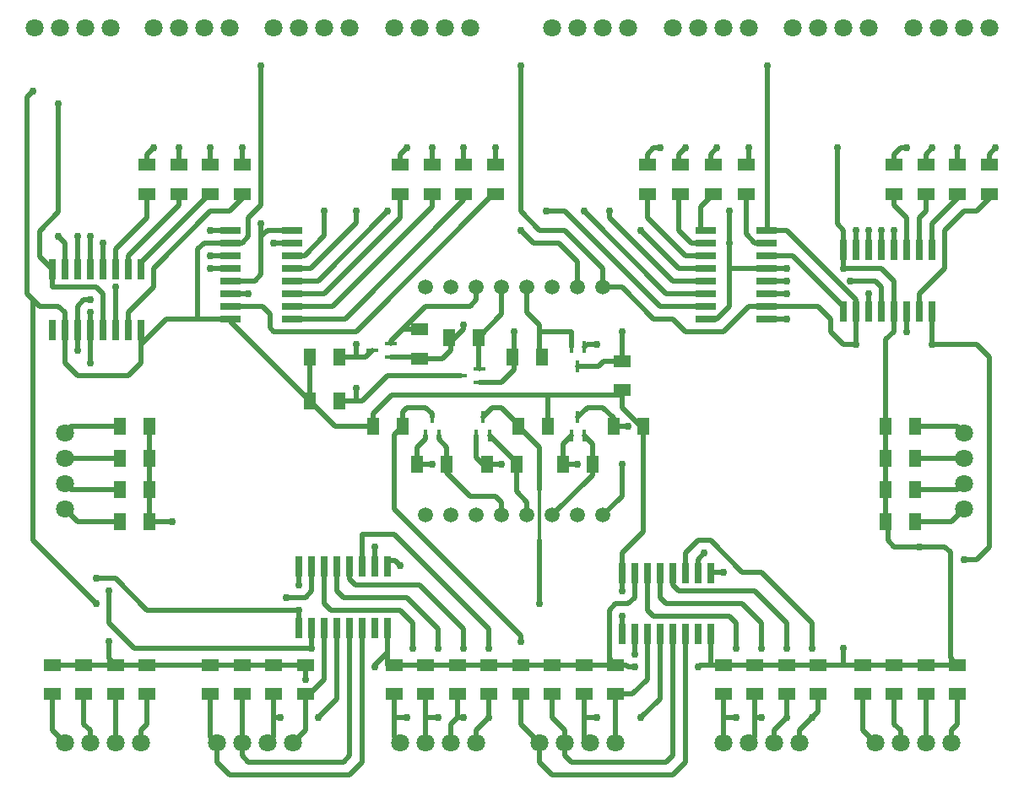
<source format=gbr>
G04 EAGLE Gerber RS-274X export*
G75*
%MOMM*%
%FSLAX34Y34*%
%LPD*%
%INTop Copper*%
%IPPOS*%
%AMOC8*
5,1,8,0,0,1.08239X$1,22.5*%
G01*
%ADD10R,0.660400X2.032000*%
%ADD11R,2.032000X0.660400*%
%ADD12R,1.164600X1.815300*%
%ADD13R,1.815300X1.164600*%
%ADD14C,1.800000*%
%ADD15C,1.508000*%
%ADD16R,0.457200X1.168400*%
%ADD17R,1.168400X0.457200*%
%ADD18C,0.508000*%
%ADD19C,0.756400*%
%ADD20C,0.304800*%


D10*
X609600Y153416D03*
X609600Y214884D03*
X622300Y153416D03*
X635000Y153416D03*
X622300Y214884D03*
X635000Y214884D03*
X647700Y153416D03*
X647700Y214884D03*
X660400Y153416D03*
X660400Y214884D03*
X673100Y153416D03*
X685800Y153416D03*
X673100Y214884D03*
X685800Y214884D03*
X698500Y153416D03*
X698500Y214884D03*
X285750Y159766D03*
X285750Y221234D03*
X298450Y159766D03*
X311150Y159766D03*
X298450Y221234D03*
X311150Y221234D03*
X323850Y159766D03*
X323850Y221234D03*
X336550Y159766D03*
X336550Y221234D03*
X349250Y159766D03*
X361950Y159766D03*
X349250Y221234D03*
X361950Y221234D03*
X374650Y159766D03*
X374650Y221234D03*
X920750Y538734D03*
X920750Y477266D03*
X908050Y538734D03*
X895350Y538734D03*
X908050Y477266D03*
X895350Y477266D03*
X882650Y538734D03*
X882650Y477266D03*
X869950Y538734D03*
X869950Y477266D03*
X857250Y538734D03*
X844550Y538734D03*
X857250Y477266D03*
X844550Y477266D03*
X831850Y538734D03*
X831850Y477266D03*
D11*
X693166Y558800D03*
X754634Y558800D03*
X693166Y546100D03*
X693166Y533400D03*
X754634Y546100D03*
X754634Y533400D03*
X693166Y520700D03*
X754634Y520700D03*
X693166Y508000D03*
X754634Y508000D03*
X693166Y495300D03*
X693166Y482600D03*
X754634Y495300D03*
X754634Y482600D03*
X693166Y469900D03*
X754634Y469900D03*
X278384Y469900D03*
X216916Y469900D03*
X278384Y482600D03*
X278384Y495300D03*
X216916Y482600D03*
X216916Y495300D03*
X278384Y508000D03*
X216916Y508000D03*
X278384Y520700D03*
X216916Y520700D03*
X278384Y533400D03*
X278384Y546100D03*
X216916Y533400D03*
X216916Y546100D03*
X278384Y558800D03*
X216916Y558800D03*
D12*
X903754Y361950D03*
X874246Y361950D03*
X903754Y330200D03*
X874246Y330200D03*
X903754Y298450D03*
X874246Y298450D03*
X903754Y266700D03*
X874246Y266700D03*
D13*
X946150Y93196D03*
X946150Y122704D03*
X914400Y93196D03*
X914400Y122704D03*
X882650Y93196D03*
X882650Y122704D03*
X850900Y93196D03*
X850900Y122704D03*
X806450Y93196D03*
X806450Y122704D03*
X774700Y93196D03*
X774700Y122704D03*
X742950Y93196D03*
X742950Y122704D03*
X711200Y93196D03*
X711200Y122704D03*
X603250Y93196D03*
X603250Y122704D03*
X571500Y93196D03*
X571500Y122704D03*
X539750Y93196D03*
X539750Y122704D03*
X508000Y93196D03*
X508000Y122704D03*
X476250Y93196D03*
X476250Y122704D03*
X444500Y93196D03*
X444500Y122704D03*
X412750Y93196D03*
X412750Y122704D03*
X381000Y93196D03*
X381000Y122704D03*
X292100Y93196D03*
X292100Y122704D03*
X260350Y93196D03*
X260350Y122704D03*
X228600Y93196D03*
X228600Y122704D03*
X196850Y93196D03*
X196850Y122704D03*
X977900Y594846D03*
X977900Y624354D03*
X946150Y594846D03*
X946150Y624354D03*
X914400Y594846D03*
X914400Y624354D03*
X882650Y594846D03*
X882650Y624354D03*
X734060Y594846D03*
X734060Y624354D03*
X701040Y594846D03*
X701040Y624354D03*
X668020Y594846D03*
X668020Y624354D03*
X635000Y594846D03*
X635000Y624354D03*
X482600Y594846D03*
X482600Y624354D03*
X450850Y594846D03*
X450850Y624354D03*
X419100Y594846D03*
X419100Y624354D03*
X387350Y594846D03*
X387350Y624354D03*
D14*
X977900Y762000D03*
X901700Y762000D03*
X927100Y762000D03*
X952500Y762000D03*
X857250Y762000D03*
X781050Y762000D03*
X806450Y762000D03*
X831850Y762000D03*
X736600Y762000D03*
X660400Y762000D03*
X685800Y762000D03*
X711200Y762000D03*
X615950Y762000D03*
X539750Y762000D03*
X565150Y762000D03*
X590550Y762000D03*
X457200Y762000D03*
X381000Y762000D03*
X406400Y762000D03*
X431800Y762000D03*
X336550Y762000D03*
X260350Y762000D03*
X285750Y762000D03*
X311150Y762000D03*
X952500Y355600D03*
X952500Y279400D03*
X952500Y304800D03*
X952500Y330200D03*
X939800Y44450D03*
X863600Y44450D03*
X889000Y44450D03*
X914400Y44450D03*
X787400Y44450D03*
X711200Y44450D03*
X736600Y44450D03*
X762000Y44450D03*
X603250Y44450D03*
X527050Y44450D03*
X552450Y44450D03*
X577850Y44450D03*
X463550Y44450D03*
X387350Y44450D03*
X412750Y44450D03*
X438150Y44450D03*
X279400Y44450D03*
X203200Y44450D03*
X228600Y44450D03*
X254000Y44450D03*
D15*
X565150Y273050D03*
X539750Y273050D03*
X514350Y273050D03*
X488950Y273050D03*
X463550Y273050D03*
X438150Y273050D03*
X412750Y273050D03*
X565150Y501650D03*
X539750Y501650D03*
X514350Y501650D03*
X488950Y501650D03*
X463550Y501650D03*
X438150Y501650D03*
X412750Y501650D03*
X590550Y273050D03*
X590550Y501650D03*
D10*
X127000Y519684D03*
X127000Y458216D03*
X114300Y519684D03*
X101600Y519684D03*
X114300Y458216D03*
X101600Y458216D03*
X88900Y519684D03*
X88900Y458216D03*
X76200Y519684D03*
X76200Y458216D03*
X63500Y519684D03*
X50800Y519684D03*
X63500Y458216D03*
X50800Y458216D03*
X38100Y519684D03*
X38100Y458216D03*
D13*
X228600Y594846D03*
X228600Y624354D03*
X196850Y594846D03*
X196850Y624354D03*
X165100Y594846D03*
X165100Y624354D03*
X133350Y594846D03*
X133350Y624354D03*
D14*
X215900Y762000D03*
X139700Y762000D03*
X165100Y762000D03*
X190500Y762000D03*
X96520Y762000D03*
X20320Y762000D03*
X45720Y762000D03*
X71120Y762000D03*
X127000Y44450D03*
X50800Y44450D03*
X76200Y44450D03*
X101600Y44450D03*
X50800Y279400D03*
X50800Y355600D03*
X50800Y330200D03*
X50800Y304800D03*
D13*
X133350Y93196D03*
X133350Y122704D03*
X101600Y93196D03*
X101600Y122704D03*
X69850Y93196D03*
X69850Y122704D03*
X38100Y93196D03*
X38100Y122704D03*
D12*
X105896Y266700D03*
X135404Y266700D03*
X105896Y298450D03*
X135404Y298450D03*
X105896Y330200D03*
X135404Y330200D03*
X105896Y361950D03*
X135404Y361950D03*
X601196Y361950D03*
X630704Y361950D03*
X550396Y323850D03*
X579904Y323850D03*
D16*
X558546Y352552D03*
X571754Y352552D03*
X565150Y371348D03*
X463296Y352552D03*
X476504Y352552D03*
X469900Y371348D03*
X412496Y352552D03*
X425704Y352552D03*
X419100Y371348D03*
D12*
X505946Y361950D03*
X535454Y361950D03*
X503704Y323850D03*
X474196Y323850D03*
X389404Y361950D03*
X359896Y361950D03*
X433854Y323850D03*
X404346Y323850D03*
D16*
X571754Y441198D03*
X558546Y441198D03*
X565150Y422402D03*
D17*
X466598Y406146D03*
X466598Y419354D03*
X447802Y412750D03*
X377698Y431546D03*
X377698Y444754D03*
X358902Y438150D03*
D12*
X529104Y431800D03*
X499596Y431800D03*
D13*
X609600Y427504D03*
X609600Y397996D03*
D12*
X465604Y450850D03*
X436096Y450850D03*
X325904Y387350D03*
X296396Y387350D03*
D13*
X406400Y459254D03*
X406400Y429746D03*
D12*
X325904Y431800D03*
X296396Y431800D03*
D18*
X374650Y135404D02*
X374650Y122704D01*
X374650Y135404D02*
X374650Y159766D01*
X361950Y122704D02*
X361950Y120650D01*
X361950Y122704D02*
X374650Y135404D01*
D19*
X292100Y107950D03*
X361950Y120650D03*
D18*
X615950Y120650D02*
X622300Y120650D01*
D19*
X622300Y120650D03*
D18*
X687854Y122704D02*
X698500Y122704D01*
X687854Y122704D02*
X685800Y120650D01*
D19*
X685800Y120650D03*
D18*
X698500Y122704D02*
X698500Y153416D01*
X882650Y457200D02*
X882650Y477266D01*
X882650Y122704D02*
X914400Y122704D01*
X882650Y122704D02*
X850900Y122704D01*
X874246Y298450D02*
X874246Y330200D01*
X874246Y298450D02*
X874246Y266700D01*
X806450Y122704D02*
X774700Y122704D01*
X742950Y122704D01*
X711200Y122704D01*
X476250Y122704D02*
X444500Y122704D01*
X412750Y122704D01*
X381000Y122704D01*
X228600Y122704D02*
X196850Y122704D01*
X228600Y122704D02*
X260350Y122704D01*
X292100Y122704D01*
X476250Y122704D02*
X508000Y122704D01*
X539750Y122704D01*
X571500Y122704D01*
X603250Y122704D01*
X914400Y122704D02*
X946150Y122704D01*
D19*
X825500Y641350D03*
D18*
X825500Y565150D02*
X831850Y558800D01*
X831850Y538734D01*
X825500Y565150D02*
X825500Y641350D01*
X882650Y508000D02*
X882650Y477266D01*
X869950Y520700D02*
X831850Y520700D01*
X869950Y520700D02*
X882650Y508000D01*
X831850Y520700D02*
X831850Y538734D01*
X704850Y469900D02*
X693166Y469900D01*
X704850Y469900D02*
X717550Y482600D01*
X717550Y520700D02*
X754634Y520700D01*
X717550Y520700D02*
X717550Y482600D01*
D19*
X717550Y577850D03*
D18*
X717550Y546100D02*
X717550Y520700D01*
X717550Y546100D02*
X717550Y577850D01*
X38100Y519684D02*
X38100Y501650D01*
X82550Y501650D02*
X88900Y495300D01*
X88900Y458216D01*
X82550Y501650D02*
X38100Y501650D01*
X254000Y558800D02*
X278384Y558800D01*
X254000Y558800D02*
X247650Y552450D01*
X247650Y514350D02*
X241300Y508000D01*
X216916Y508000D01*
X247650Y514350D02*
X247650Y552450D01*
X247650Y565150D01*
D19*
X247650Y565150D03*
D18*
X44450Y576834D02*
X44450Y685800D01*
X44450Y576834D02*
X25400Y557784D01*
X25400Y532384D01*
X38100Y519684D01*
D19*
X44450Y685800D03*
D18*
X754634Y520700D02*
X774700Y520700D01*
D19*
X774700Y520700D03*
X831850Y520700D03*
D18*
X565150Y527050D02*
X565150Y501650D01*
X565150Y527050D02*
X546100Y546100D01*
X520700Y546100D01*
X508000Y558800D01*
D19*
X508000Y558800D03*
D18*
X874246Y361950D02*
X874246Y330200D01*
X874246Y361950D02*
X874246Y448796D01*
X882650Y457200D01*
X874246Y266700D02*
X876300Y264646D01*
X876300Y247650D01*
X882650Y241300D01*
X908050Y241300D01*
D19*
X908050Y241300D03*
D18*
X933450Y241300D01*
X938850Y235900D01*
X938850Y130004D02*
X946150Y122704D01*
X938850Y130004D02*
X938850Y235900D01*
X69850Y122704D02*
X38100Y122704D01*
X69850Y122704D02*
X101600Y122704D01*
X133350Y122704D01*
X196850Y122704D01*
X158750Y266700D02*
X135404Y266700D01*
D19*
X158750Y266700D03*
D18*
X135404Y266700D02*
X135404Y298450D01*
X135404Y330200D01*
X135404Y361950D01*
X292100Y122704D02*
X292100Y107950D01*
X101600Y122704D02*
X95250Y129054D01*
X95250Y146050D01*
D19*
X95250Y146050D03*
D18*
X806450Y122704D02*
X831850Y122704D01*
X850900Y122704D01*
X613896Y122704D02*
X603250Y122704D01*
X613896Y122704D02*
X615950Y120650D01*
X603250Y122704D02*
X596900Y129054D01*
X596900Y177800D01*
X603250Y184150D01*
X615950Y184150D01*
X622300Y190500D01*
X622300Y214884D01*
X831850Y139700D02*
X831850Y122704D01*
D19*
X831850Y139700D03*
D18*
X298450Y196850D02*
X298450Y221234D01*
X298450Y196850D02*
X292100Y190500D01*
X273050Y190500D01*
D19*
X273050Y190500D03*
X717550Y546100D03*
D18*
X711200Y122704D02*
X698500Y122704D01*
X381000Y122704D02*
X374650Y122704D01*
X609600Y196850D02*
X609600Y214884D01*
D19*
X609600Y196850D03*
D18*
X285750Y203200D02*
X285750Y221234D01*
D19*
X285750Y203200D03*
D18*
X844550Y444500D02*
X844550Y477266D01*
X755650Y559816D02*
X754634Y558800D01*
X755650Y558800D02*
X774700Y558800D01*
X844550Y488950D02*
X844550Y477266D01*
X844550Y488950D02*
X774700Y558800D01*
X754634Y482600D02*
X806450Y482600D01*
X819150Y469900D02*
X819150Y457200D01*
X831850Y444500D01*
X844550Y444500D01*
X819150Y469900D02*
X806450Y482600D01*
X755650Y558800D02*
X755650Y559816D01*
X755650Y723900D01*
D19*
X755650Y723900D03*
D18*
X228600Y546100D02*
X216916Y546100D01*
X228600Y546100D02*
X234950Y552450D01*
X234950Y571500D01*
X247650Y584200D01*
X247650Y723900D01*
D19*
X247650Y723900D03*
D18*
X590550Y501650D02*
X609600Y501650D01*
X736600Y482600D02*
X754634Y482600D01*
X590550Y501650D02*
X590550Y520700D01*
X552450Y558800D01*
X527050Y558800D02*
X508000Y577850D01*
X508000Y723900D01*
X527050Y558800D02*
X552450Y558800D01*
D19*
X508000Y723900D03*
D18*
X50800Y476250D02*
X50800Y458216D01*
X50800Y476250D02*
X44450Y482600D01*
X25400Y482600D01*
D19*
X19050Y698500D03*
D18*
X12700Y692150D01*
X12700Y495300D01*
X19050Y488950D01*
X25400Y482600D01*
X50800Y458216D02*
X50800Y425450D01*
X63500Y412750D01*
X114300Y412750D01*
X127000Y425450D01*
X127000Y444500D01*
X127000Y458216D01*
X184150Y539750D02*
X190500Y546100D01*
X216916Y546100D01*
X152400Y469900D02*
X127000Y444500D01*
X920750Y444500D02*
X920750Y477266D01*
D19*
X920750Y444500D03*
X844550Y444500D03*
D18*
X920750Y444500D02*
X965200Y444500D01*
X977900Y431800D01*
X977900Y241300D01*
X965200Y228600D01*
X952500Y228600D01*
D19*
X952500Y228600D03*
D18*
X359896Y361950D02*
X359896Y374650D01*
X378946Y393700D01*
D19*
X82550Y184150D03*
D18*
X19050Y247650D02*
X19050Y488950D01*
X19050Y247650D02*
X82550Y184150D01*
X535454Y361950D02*
X535454Y393700D01*
X628650Y361950D02*
X630704Y361950D01*
X628650Y361950D02*
X609600Y381000D01*
X630704Y361950D02*
X630704Y256054D01*
X609600Y234950D01*
X609600Y214884D01*
X609600Y393700D02*
X535454Y393700D01*
X378946Y393700D01*
X609600Y501650D02*
X641350Y469900D01*
X711200Y457200D02*
X736600Y482600D01*
X711200Y457200D02*
X673100Y457200D01*
X660400Y469900D01*
X641350Y469900D01*
X609600Y397996D02*
X609600Y393700D01*
X609600Y381000D01*
X296396Y387350D02*
X296396Y431800D01*
X321796Y361950D02*
X359896Y361950D01*
X321796Y361950D02*
X296396Y387350D01*
X216916Y466830D02*
X216916Y469900D01*
X216916Y466830D02*
X296396Y387350D01*
X216916Y469900D02*
X184150Y469900D01*
X152400Y469900D01*
X184150Y469900D02*
X184150Y539750D01*
X591000Y427504D02*
X609600Y427504D01*
X591000Y427504D02*
X585898Y422402D01*
X565150Y422402D01*
X609600Y427504D02*
X609600Y457200D01*
X895350Y457200D02*
X895350Y477266D01*
D19*
X895350Y457200D03*
X609600Y457200D03*
D18*
X831850Y477266D02*
X831850Y482600D01*
X781050Y533400D01*
X754634Y533400D01*
X234950Y495300D02*
X216916Y495300D01*
D19*
X234950Y495300D03*
X774700Y469900D03*
D18*
X754634Y469900D01*
X754634Y508000D02*
X774700Y508000D01*
D19*
X838200Y508000D03*
X774700Y508000D03*
D18*
X76200Y476250D02*
X76200Y458216D01*
D19*
X76200Y476250D03*
X196850Y520700D03*
D18*
X216916Y520700D01*
X838200Y508000D02*
X863600Y508000D01*
X869950Y501650D01*
X869950Y477266D01*
X342900Y387350D02*
X325904Y387350D01*
X342900Y387350D02*
X349250Y387350D01*
X374650Y412750D02*
X447802Y412750D01*
X374650Y412750D02*
X349250Y387350D01*
X76200Y425450D02*
X76200Y458216D01*
D19*
X76200Y425450D03*
X342900Y400050D03*
D18*
X342900Y387350D01*
X857250Y477266D02*
X857250Y495300D01*
X774700Y495300D02*
X754634Y495300D01*
D19*
X774700Y495300D03*
X857250Y495300D03*
D18*
X63500Y482600D02*
X63500Y458216D01*
X63500Y482600D02*
X69850Y488950D01*
X76200Y488950D01*
D19*
X76200Y488950D03*
X196850Y533400D03*
D18*
X216916Y533400D01*
X325904Y431800D02*
X342900Y431800D01*
X352552Y431800D01*
X358902Y438150D01*
X342900Y431800D02*
X342900Y444500D01*
X63500Y438150D02*
X63500Y458216D01*
D19*
X63500Y438150D03*
X342900Y444500D03*
D18*
X844550Y538734D02*
X844550Y558800D01*
D19*
X844550Y558800D03*
X984250Y641350D03*
D18*
X977900Y635000D02*
X977900Y624354D01*
X977900Y635000D02*
X984250Y641350D01*
D19*
X946150Y641350D03*
D18*
X946150Y624354D01*
D19*
X920750Y641350D03*
D18*
X914400Y635000D02*
X914400Y624354D01*
X914400Y635000D02*
X920750Y641350D01*
D19*
X895350Y641350D03*
D18*
X882650Y635000D02*
X882650Y624354D01*
X882650Y635000D02*
X889000Y641350D01*
X895350Y641350D01*
X734060Y594846D02*
X734060Y554990D01*
X742950Y546100D01*
X754634Y546100D01*
D19*
X736600Y641350D03*
D18*
X736600Y626894D01*
X734060Y624354D01*
D19*
X704850Y641350D03*
D18*
X698500Y635000D01*
X698500Y626894D01*
X701040Y624354D01*
D19*
X673100Y641350D03*
D18*
X666750Y635000D01*
X666750Y625624D01*
X668020Y624354D01*
D19*
X647700Y641350D03*
D18*
X641350Y641350D01*
X635000Y635000D01*
X635000Y624354D01*
D19*
X482600Y641350D03*
D18*
X482600Y624354D01*
D19*
X450850Y641350D03*
D18*
X450850Y624354D01*
D19*
X419100Y641350D03*
D18*
X419100Y624354D01*
D19*
X393700Y641350D03*
D18*
X387350Y635000D02*
X387350Y624354D01*
X387350Y635000D02*
X393700Y641350D01*
X285750Y177800D02*
X285750Y159766D01*
X609600Y153416D02*
X609600Y171450D01*
D19*
X285750Y177800D03*
X609600Y171450D03*
D18*
X505946Y361950D02*
X505946Y364004D01*
X488950Y381000D01*
X479552Y381000D01*
X469900Y371348D01*
D19*
X82550Y209550D03*
D18*
X101600Y209550D01*
X133350Y177800D01*
X285750Y177800D01*
X505946Y361950D02*
X527050Y340846D01*
X527050Y298450D01*
D19*
X527050Y184150D03*
D18*
X527050Y247650D01*
D20*
X527050Y298450D01*
D19*
X298450Y139700D03*
D18*
X298450Y159766D01*
X622300Y153416D02*
X622300Y133350D01*
D19*
X622300Y133350D03*
D18*
X389404Y361950D02*
X389404Y376704D01*
X393700Y381000D01*
X412750Y381000D01*
X419100Y374650D01*
X419100Y371348D01*
D19*
X95250Y196850D03*
D18*
X95250Y165100D02*
X120650Y139700D01*
X298450Y139700D01*
X95250Y165100D02*
X95250Y196850D01*
D19*
X508000Y146050D03*
D18*
X508000Y152400D01*
X381000Y353546D02*
X389404Y361950D01*
X381000Y279400D02*
X508000Y152400D01*
X381000Y279400D02*
X381000Y353546D01*
X601196Y361950D02*
X601196Y370354D01*
X590550Y381000D01*
X574802Y381000D01*
X565150Y371348D01*
D19*
X615950Y361950D03*
D18*
X601196Y361950D01*
X946150Y361950D02*
X952500Y355600D01*
X946150Y361950D02*
X903754Y361950D01*
X952500Y304800D02*
X946150Y298450D01*
X903754Y298450D01*
X939800Y266700D02*
X952500Y279400D01*
X939800Y266700D02*
X903754Y266700D01*
X903754Y330200D02*
X952500Y330200D01*
X939800Y57150D02*
X939800Y44450D01*
X939800Y57150D02*
X946150Y63500D01*
X946150Y93196D01*
X914400Y93196D02*
X914400Y44450D01*
X889000Y44450D02*
X889000Y57150D01*
X882650Y63500D01*
X882650Y93196D01*
X850900Y57150D02*
X863600Y44450D01*
X850900Y57150D02*
X850900Y93196D01*
X787400Y57150D02*
X787400Y44450D01*
X806450Y76200D02*
X806450Y93196D01*
X806450Y76200D02*
X800100Y69850D01*
X787400Y57150D01*
D19*
X800100Y69850D03*
X800100Y139700D03*
D18*
X800100Y165100D01*
X749300Y215900D01*
X730250Y215900D02*
X698500Y247650D01*
X685800Y247650D02*
X673100Y234950D01*
X673100Y214884D01*
X730250Y215900D02*
X749300Y215900D01*
X698500Y247650D02*
X685800Y247650D01*
X774700Y93196D02*
X774700Y69850D01*
X762000Y57150D01*
X762000Y44450D01*
D19*
X774700Y69850D03*
X774700Y139700D03*
D18*
X666750Y196850D02*
X660400Y203200D01*
X660400Y214884D01*
X666750Y196850D02*
X742950Y196850D01*
X774700Y165100D01*
X774700Y139700D01*
X742950Y50800D02*
X736600Y44450D01*
X742950Y50800D02*
X742950Y69850D01*
X742950Y93196D01*
X742950Y69850D02*
X749300Y69850D01*
D19*
X749300Y69850D03*
X749300Y139700D03*
D18*
X647700Y190500D02*
X647700Y214884D01*
X647700Y190500D02*
X654050Y184150D01*
X730250Y184150D01*
X749300Y165100D01*
X749300Y139700D01*
X711200Y69850D02*
X711200Y44450D01*
X711200Y69850D02*
X711200Y93196D01*
X711200Y69850D02*
X723900Y69850D01*
D19*
X723900Y69850D03*
X723900Y139700D03*
D18*
X723900Y165100D02*
X717550Y171450D01*
X641350Y171450D01*
X635000Y177800D01*
X723900Y165100D02*
X723900Y139700D01*
X635000Y177800D02*
X635000Y214884D01*
X603250Y93196D02*
X603250Y44450D01*
X603250Y93196D02*
X620246Y93196D01*
X635000Y107950D01*
X635000Y153416D01*
X577850Y44450D02*
X575796Y44450D01*
X571500Y69850D02*
X571500Y93196D01*
X571500Y69850D02*
X571500Y48746D01*
X575796Y44450D01*
X647700Y88900D02*
X647700Y153416D01*
X647700Y88900D02*
X628650Y69850D01*
D19*
X628650Y69850D03*
X584200Y69850D03*
D18*
X571500Y69850D01*
X539750Y69850D02*
X539750Y93196D01*
X552450Y57150D02*
X552450Y44450D01*
X552450Y57150D02*
X539750Y69850D01*
X552450Y44450D02*
X552450Y31750D01*
X558800Y25400D01*
X654050Y25400D01*
X660400Y31750D01*
X660400Y153416D01*
X508000Y93196D02*
X508000Y63500D01*
X527050Y44450D01*
X527050Y25400D02*
X539750Y12700D01*
X660400Y12700D02*
X673100Y25400D01*
X527050Y25400D02*
X527050Y44450D01*
X539750Y12700D02*
X660400Y12700D01*
X673100Y25400D02*
X673100Y153416D01*
D19*
X476250Y69850D03*
D18*
X476250Y93196D01*
X463550Y57150D02*
X463550Y44450D01*
X463550Y57150D02*
X476250Y69850D01*
D19*
X476250Y139700D03*
D18*
X476250Y158750D01*
X381000Y254000D01*
X349250Y254000D02*
X349250Y221234D01*
X349250Y254000D02*
X381000Y254000D01*
D19*
X450850Y69850D03*
D18*
X336550Y208534D02*
X336550Y221234D01*
X406400Y203200D02*
X450850Y158750D01*
X450850Y139700D01*
D19*
X450850Y139700D03*
D18*
X444500Y93196D02*
X444500Y69850D01*
X450850Y69850D01*
X341884Y203200D02*
X336550Y208534D01*
X341884Y203200D02*
X406400Y203200D01*
X438150Y63500D02*
X438150Y44450D01*
X438150Y63500D02*
X444500Y69850D01*
X412750Y93196D02*
X412750Y44450D01*
X412750Y69850D01*
X425450Y69850D01*
D19*
X425450Y69850D03*
D18*
X323850Y196850D02*
X323850Y221234D01*
X323850Y196850D02*
X330200Y190500D01*
X393700Y190500D01*
X425450Y158750D01*
X425450Y139700D01*
D19*
X425450Y139700D03*
D18*
X381000Y93196D02*
X381000Y69850D01*
X393700Y69850D01*
X381000Y69850D02*
X381000Y50800D01*
X387350Y44450D01*
D19*
X393700Y69850D03*
X400050Y139700D03*
D18*
X317500Y177800D02*
X311150Y184150D01*
X387350Y177800D02*
X400050Y165100D01*
X400050Y139700D01*
X387350Y177800D02*
X317500Y177800D01*
X311150Y184150D02*
X311150Y221234D01*
X292100Y57150D02*
X279400Y44450D01*
X292100Y57150D02*
X292100Y93196D01*
X311150Y107950D02*
X311150Y159766D01*
X296396Y93196D02*
X292100Y93196D01*
X296396Y93196D02*
X311150Y107950D01*
X260350Y69850D02*
X260350Y50800D01*
X254000Y44450D01*
X260350Y69850D02*
X260350Y93196D01*
X304800Y69850D02*
X323850Y88900D01*
X323850Y159766D01*
D19*
X304800Y69850D03*
D18*
X266700Y69850D02*
X260350Y69850D01*
D19*
X266700Y69850D03*
D18*
X228600Y93196D02*
X228600Y44450D01*
X228600Y31750D01*
X234950Y25400D01*
X330200Y25400D01*
X336550Y31750D01*
X336550Y159766D01*
X203200Y44450D02*
X196850Y50800D01*
X196850Y93196D01*
X203200Y44450D02*
X203200Y25400D01*
X215900Y12700D01*
X336550Y12700D01*
X349250Y25400D01*
X349250Y159766D01*
X685800Y228600D02*
X692150Y234950D01*
X685800Y228600D02*
X685800Y214884D01*
D19*
X692150Y234950D03*
D18*
X699516Y215900D02*
X698500Y214884D01*
X699516Y215900D02*
X711200Y215900D01*
D19*
X711200Y215900D03*
D18*
X361950Y221234D02*
X361950Y241300D01*
D19*
X361950Y241300D03*
D18*
X101600Y458216D02*
X101600Y501650D01*
D19*
X101600Y501650D03*
X196850Y558800D03*
D18*
X216916Y558800D01*
D19*
X228600Y641350D03*
D18*
X228600Y624354D01*
D19*
X196850Y641350D03*
D18*
X196850Y624354D01*
D19*
X165100Y641350D03*
D18*
X165100Y624354D01*
D19*
X139700Y641350D03*
D18*
X133350Y635000D02*
X133350Y624354D01*
X133350Y635000D02*
X139700Y641350D01*
X228600Y594846D02*
X228600Y590550D01*
X139700Y520700D02*
X139700Y501650D01*
X114300Y476250D01*
X114300Y458216D01*
X215900Y577850D02*
X228600Y590550D01*
X215900Y577850D02*
X196850Y577850D01*
X139700Y520700D01*
X133350Y93196D02*
X133350Y63500D01*
X127000Y57150D01*
X127000Y44450D01*
X101600Y44450D02*
X101600Y93196D01*
X69850Y93196D02*
X69850Y63500D01*
X76200Y57150D02*
X76200Y44450D01*
X76200Y57150D02*
X69850Y63500D01*
X38100Y57150D02*
X38100Y93196D01*
X38100Y57150D02*
X50800Y44450D01*
X63500Y266700D02*
X50800Y279400D01*
X63500Y266700D02*
X105896Y266700D01*
X57150Y298450D02*
X50800Y304800D01*
X57150Y298450D02*
X105896Y298450D01*
X105896Y330200D02*
X50800Y330200D01*
X50800Y355600D02*
X57150Y361950D01*
X105896Y361950D01*
D19*
X387350Y222250D03*
D18*
X382016Y227584D01*
X374650Y227584D01*
X374650Y221234D01*
X196850Y594846D02*
X195812Y594846D01*
X127000Y526034D01*
X127000Y519684D01*
X114300Y519684D02*
X114300Y533400D01*
X165100Y584200D02*
X165100Y594846D01*
X165100Y584200D02*
X114300Y533400D01*
X101600Y539750D02*
X101600Y519684D01*
X101600Y539750D02*
X133350Y571500D01*
X133350Y594846D01*
D19*
X88900Y546100D03*
D18*
X88900Y519684D01*
D19*
X76200Y552450D03*
D18*
X76200Y519684D01*
D19*
X63500Y552450D03*
D18*
X63500Y519684D01*
D19*
X44450Y552450D03*
D18*
X50800Y546100D02*
X50800Y519684D01*
X50800Y546100D02*
X44450Y552450D01*
X260350Y546100D02*
X278384Y546100D01*
D19*
X260350Y546100D03*
D18*
X311150Y553466D02*
X311150Y577850D01*
X291084Y533400D02*
X278384Y533400D01*
X291084Y533400D02*
X311150Y553466D01*
D19*
X311150Y577850D03*
D18*
X342900Y577850D02*
X342900Y566166D01*
X297434Y520700D02*
X278384Y520700D01*
X297434Y520700D02*
X342900Y566166D01*
D19*
X342900Y577850D03*
D18*
X374650Y577850D02*
X304800Y508000D01*
X278384Y508000D01*
D19*
X374650Y577850D03*
D18*
X311150Y495300D02*
X278384Y495300D01*
X311150Y495300D02*
X387350Y571500D01*
X387350Y594846D01*
X419100Y594846D02*
X419100Y582146D01*
X319554Y482600D02*
X278384Y482600D01*
X319554Y482600D02*
X419100Y582146D01*
X450850Y588496D02*
X450850Y594846D01*
X450850Y588496D02*
X332254Y469900D01*
X278384Y469900D01*
X480546Y594846D02*
X482600Y594846D01*
X480546Y594846D02*
X342900Y457200D01*
X260350Y457200D01*
X248825Y482600D02*
X216916Y482600D01*
X248825Y482600D02*
X256540Y474885D01*
X256540Y461010D02*
X260350Y457200D01*
X256540Y461010D02*
X256540Y474885D01*
X688340Y558800D02*
X688340Y582146D01*
X688340Y558800D02*
X693166Y558800D01*
X688340Y582146D02*
X701040Y594846D01*
X668804Y594846D02*
X668020Y594846D01*
X679450Y546100D02*
X693166Y546100D01*
X679450Y546100D02*
X666750Y558800D01*
X666750Y593576D01*
X668020Y594846D01*
X637054Y594846D02*
X635000Y594846D01*
X673100Y533400D02*
X693166Y533400D01*
X673100Y533400D02*
X635000Y571500D01*
X635000Y592792D01*
X637054Y594846D01*
X666750Y520700D02*
X693166Y520700D01*
X666750Y520700D02*
X628650Y558800D01*
D19*
X628650Y558800D03*
D18*
X660400Y508000D02*
X693166Y508000D01*
X660400Y508000D02*
X596900Y571500D01*
X596900Y577850D01*
D19*
X596900Y577850D03*
D18*
X654050Y495300D02*
X693166Y495300D01*
X654050Y495300D02*
X571500Y577850D01*
D19*
X571500Y577850D03*
D18*
X647700Y482600D02*
X693166Y482600D01*
X647700Y482600D02*
X552450Y577850D01*
X533400Y577850D01*
D19*
X533400Y577850D03*
D18*
X857250Y558800D02*
X857250Y538734D01*
D19*
X857250Y558800D03*
D18*
X869950Y558800D02*
X869950Y538734D01*
D19*
X869950Y558800D03*
D18*
X882650Y558800D02*
X882650Y538734D01*
D19*
X882650Y558800D03*
D18*
X895350Y571500D02*
X895350Y538734D01*
X895350Y571500D02*
X882650Y584200D01*
X882650Y594846D01*
X908050Y571500D02*
X908050Y538734D01*
X908050Y571500D02*
X914400Y577850D01*
X914400Y594846D01*
X920750Y565150D02*
X920750Y538734D01*
X946150Y590550D02*
X946150Y594846D01*
X946150Y590550D02*
X920750Y565150D01*
X908050Y495300D02*
X908050Y477266D01*
X908050Y495300D02*
X933450Y520700D01*
X933450Y558800D02*
X952500Y577850D01*
X965200Y577850D01*
X977900Y590550D01*
X977900Y594846D01*
X933450Y558800D02*
X933450Y520700D01*
X579904Y344402D02*
X571754Y352552D01*
X579904Y344402D02*
X579904Y323850D01*
X579904Y313204D01*
X539750Y273050D01*
X550396Y344402D02*
X558546Y352552D01*
X550396Y344402D02*
X550396Y323850D01*
X463296Y330454D02*
X463296Y352552D01*
X469900Y323850D02*
X474196Y323850D01*
X469900Y323850D02*
X463296Y330454D01*
X412496Y348996D02*
X412496Y352552D01*
X404346Y340846D02*
X404346Y323850D01*
X404346Y340846D02*
X412496Y348996D01*
X590550Y273050D02*
X609600Y292100D01*
X609600Y323850D01*
D19*
X609600Y323850D03*
D18*
X565150Y323850D02*
X550396Y323850D01*
X488950Y323850D02*
X474196Y323850D01*
D19*
X488950Y323850D03*
D18*
X419100Y323850D02*
X404346Y323850D01*
D19*
X419100Y323850D03*
X565150Y323850D03*
X584200Y444500D03*
D18*
X575056Y444500D02*
X571754Y441198D01*
X575056Y444500D02*
X584200Y444500D01*
D19*
X501650Y457200D03*
D18*
X501650Y433854D01*
X499596Y431800D01*
D19*
X450850Y463550D03*
D18*
X450850Y459254D01*
X438150Y446554D01*
X436096Y450850D02*
X438150Y452904D01*
X466852Y406400D02*
X466598Y406146D01*
X466852Y406400D02*
X488950Y406400D01*
X501650Y419100D01*
X501650Y433854D01*
X404600Y431546D02*
X377698Y431546D01*
X404600Y431546D02*
X406400Y429746D01*
X429746Y429746D01*
X438150Y438150D02*
X438150Y446554D01*
X438150Y438150D02*
X429746Y429746D01*
X503704Y325352D02*
X503704Y323850D01*
X503704Y325352D02*
X476504Y352552D01*
X503704Y323850D02*
X503704Y296396D01*
X514350Y285750D01*
X514350Y273050D01*
X425704Y348996D02*
X425704Y352552D01*
X433854Y340846D02*
X433854Y323850D01*
X433854Y340846D02*
X425704Y348996D01*
X433854Y323850D02*
X433854Y315446D01*
X457200Y292100D02*
X482600Y292100D01*
X488950Y285750D01*
X488950Y273050D01*
X457200Y292100D02*
X433854Y315446D01*
X463550Y488950D02*
X463550Y501650D01*
X463550Y488950D02*
X457200Y482600D01*
X412750Y482600D02*
X389404Y459254D01*
X377698Y447548D01*
X377698Y444754D01*
X412750Y482600D02*
X457200Y482600D01*
X406400Y459254D02*
X389404Y459254D01*
X465604Y450850D02*
X488950Y474196D01*
X488950Y501650D01*
X465604Y420348D02*
X466598Y419354D01*
X465604Y420348D02*
X465604Y450850D01*
X514350Y476250D02*
X514350Y501650D01*
X514350Y476250D02*
X527050Y463550D01*
X527050Y457200D02*
X558800Y457200D01*
X558800Y441452D01*
X558546Y441198D01*
X529104Y431800D02*
X527050Y433854D01*
X527050Y463550D01*
M02*

</source>
